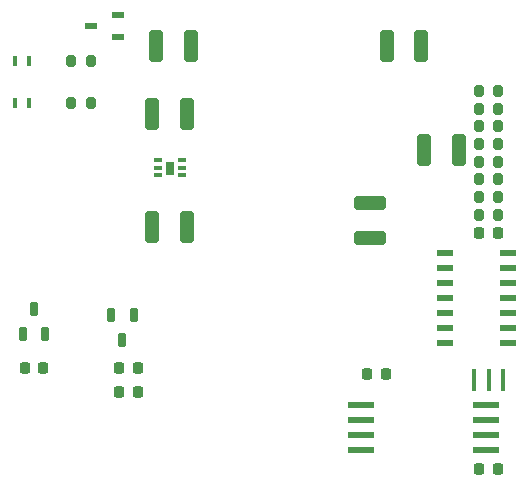
<source format=gtp>
%TF.GenerationSoftware,KiCad,Pcbnew,9.0.4*%
%TF.CreationDate,2025-09-17T23:10:00+09:00*%
%TF.ProjectId,CAN_Isolation_mini,43414e5f-4973-46f6-9c61-74696f6e5f6d,Ver.1.0*%
%TF.SameCoordinates,Original*%
%TF.FileFunction,Paste,Top*%
%TF.FilePolarity,Positive*%
%FSLAX46Y46*%
G04 Gerber Fmt 4.6, Leading zero omitted, Abs format (unit mm)*
G04 Created by KiCad (PCBNEW 9.0.4) date 2025-09-17 23:10:00*
%MOMM*%
%LPD*%
G01*
G04 APERTURE LIST*
G04 Aperture macros list*
%AMRoundRect*
0 Rectangle with rounded corners*
0 $1 Rounding radius*
0 $2 $3 $4 $5 $6 $7 $8 $9 X,Y pos of 4 corners*
0 Add a 4 corners polygon primitive as box body*
4,1,4,$2,$3,$4,$5,$6,$7,$8,$9,$2,$3,0*
0 Add four circle primitives for the rounded corners*
1,1,$1+$1,$2,$3*
1,1,$1+$1,$4,$5*
1,1,$1+$1,$6,$7*
1,1,$1+$1,$8,$9*
0 Add four rect primitives between the rounded corners*
20,1,$1+$1,$2,$3,$4,$5,0*
20,1,$1+$1,$4,$5,$6,$7,0*
20,1,$1+$1,$6,$7,$8,$9,0*
20,1,$1+$1,$8,$9,$2,$3,0*%
G04 Aperture macros list end*
%ADD10C,0.010000*%
%ADD11RoundRect,0.225000X-0.225000X-0.250000X0.225000X-0.250000X0.225000X0.250000X-0.225000X0.250000X0*%
%ADD12RoundRect,0.200000X-0.200000X-0.275000X0.200000X-0.275000X0.200000X0.275000X-0.200000X0.275000X0*%
%ADD13R,2.253927X0.622132*%
%ADD14R,0.690000X0.320000*%
%ADD15RoundRect,0.250000X-0.325000X-1.100000X0.325000X-1.100000X0.325000X1.100000X-0.325000X1.100000X0*%
%ADD16R,1.016000X0.558800*%
%ADD17RoundRect,0.075000X0.225000X-0.540000X0.225000X0.540000X-0.225000X0.540000X-0.225000X-0.540000X0*%
%ADD18R,0.393700X0.812800*%
%ADD19R,1.397000X0.558800*%
%ADD20RoundRect,0.225000X0.225000X0.250000X-0.225000X0.250000X-0.225000X-0.250000X0.225000X-0.250000X0*%
%ADD21RoundRect,0.250000X0.325000X1.100000X-0.325000X1.100000X-0.325000X-1.100000X0.325000X-1.100000X0*%
%ADD22R,0.400000X1.900000*%
%ADD23RoundRect,0.250000X-1.100000X0.325000X-1.100000X-0.325000X1.100000X-0.325000X1.100000X0.325000X0*%
%ADD24RoundRect,0.075000X-0.225000X0.540000X-0.225000X-0.540000X0.225000X-0.540000X0.225000X0.540000X0*%
G04 APERTURE END LIST*
D10*
%TO.C,U5*%
X103973095Y-95300905D02*
X103341095Y-95300905D01*
X103341095Y-94288905D01*
X103973095Y-94288905D01*
X103973095Y-95300905D01*
G36*
X103973095Y-95300905D02*
G01*
X103341095Y-95300905D01*
X103341095Y-94288905D01*
X103973095Y-94288905D01*
X103973095Y-95300905D01*
G37*
%TD*%
D11*
%TO.C,C7*%
X129882095Y-100294905D03*
X131432095Y-100294905D03*
%TD*%
D12*
%TO.C,R9*%
X95332095Y-89294905D03*
X96982095Y-89294905D03*
%TD*%
D13*
%TO.C,U2*%
X130457618Y-118699905D03*
X130457618Y-117429905D03*
X130457618Y-116159905D03*
X130457618Y-114889905D03*
X119856572Y-114889905D03*
X119856572Y-116159905D03*
X119856572Y-117429905D03*
X119856572Y-118699905D03*
%TD*%
D11*
%TO.C,C10*%
X91382095Y-111794905D03*
X92932095Y-111794905D03*
%TD*%
D14*
%TO.C,U5*%
X104677095Y-95444905D03*
X104677095Y-94794905D03*
X104677095Y-94144905D03*
X102637095Y-94144905D03*
X102637095Y-94794905D03*
X102637095Y-95444905D03*
%TD*%
D15*
%TO.C,C2*%
X102182095Y-99794905D03*
X105132095Y-99794905D03*
%TD*%
D11*
%TO.C,C5*%
X129882095Y-120294905D03*
X131432095Y-120294905D03*
%TD*%
D16*
%TO.C,U6*%
X99300095Y-83744906D03*
X99300095Y-81844904D03*
X97014095Y-82794905D03*
%TD*%
D11*
%TO.C,C11*%
X99382095Y-111794905D03*
X100932095Y-111794905D03*
%TD*%
D17*
%TO.C,D1*%
X91207095Y-108854905D03*
X93107095Y-108854905D03*
X92157095Y-106734905D03*
%TD*%
D18*
%TO.C,LED2*%
X91760345Y-85794905D03*
X90553845Y-85794905D03*
%TD*%
D15*
%TO.C,C8*%
X102525000Y-84500000D03*
X105475000Y-84500000D03*
%TD*%
D12*
%TO.C,R5*%
X129832095Y-92794905D03*
X131482095Y-92794905D03*
%TD*%
%TO.C,R3*%
X129832095Y-95794905D03*
X131482095Y-95794905D03*
%TD*%
D19*
%TO.C,U1*%
X127002795Y-101984905D03*
X127002795Y-103254905D03*
X127002795Y-104524905D03*
X127002795Y-105794905D03*
X127002795Y-107064905D03*
X127002795Y-108334905D03*
X127002795Y-109604905D03*
X132311395Y-109604905D03*
X132311395Y-108334905D03*
X132311395Y-107064905D03*
X132311395Y-105794905D03*
X132311395Y-104524905D03*
X132311395Y-103254905D03*
X132311395Y-101984905D03*
%TD*%
D18*
%TO.C,LED1*%
X91760345Y-89294905D03*
X90553845Y-89294905D03*
%TD*%
D12*
%TO.C,R2*%
X129832095Y-97294905D03*
X131482095Y-97294905D03*
%TD*%
D15*
%TO.C,C1*%
X102182095Y-90294905D03*
X105132095Y-90294905D03*
%TD*%
D20*
%TO.C,C6*%
X121932095Y-112294905D03*
X120382095Y-112294905D03*
%TD*%
%TO.C,C12*%
X100932095Y-113794905D03*
X99382095Y-113794905D03*
%TD*%
D21*
%TO.C,C3*%
X128132095Y-93294905D03*
X125182095Y-93294905D03*
%TD*%
D22*
%TO.C,Y1*%
X131857095Y-112794905D03*
X130657095Y-112794905D03*
X129457095Y-112794905D03*
%TD*%
D23*
%TO.C,C4*%
X120657095Y-97819905D03*
X120657095Y-100769905D03*
%TD*%
D21*
%TO.C,C9*%
X124975000Y-84500000D03*
X122025000Y-84500000D03*
%TD*%
D24*
%TO.C,D2*%
X100607095Y-107234905D03*
X98707095Y-107234905D03*
X99657095Y-109354905D03*
%TD*%
D12*
%TO.C,R10*%
X95332095Y-85794905D03*
X96982095Y-85794905D03*
%TD*%
%TO.C,R6*%
X129832095Y-91294905D03*
X131482095Y-91294905D03*
%TD*%
%TO.C,R1*%
X129832095Y-98794905D03*
X131482095Y-98794905D03*
%TD*%
%TO.C,R7*%
X129832095Y-88294905D03*
X131482095Y-88294905D03*
%TD*%
%TO.C,R8*%
X129832095Y-89794905D03*
X131482095Y-89794905D03*
%TD*%
%TO.C,R4*%
X129832095Y-94294905D03*
X131482095Y-94294905D03*
%TD*%
M02*

</source>
